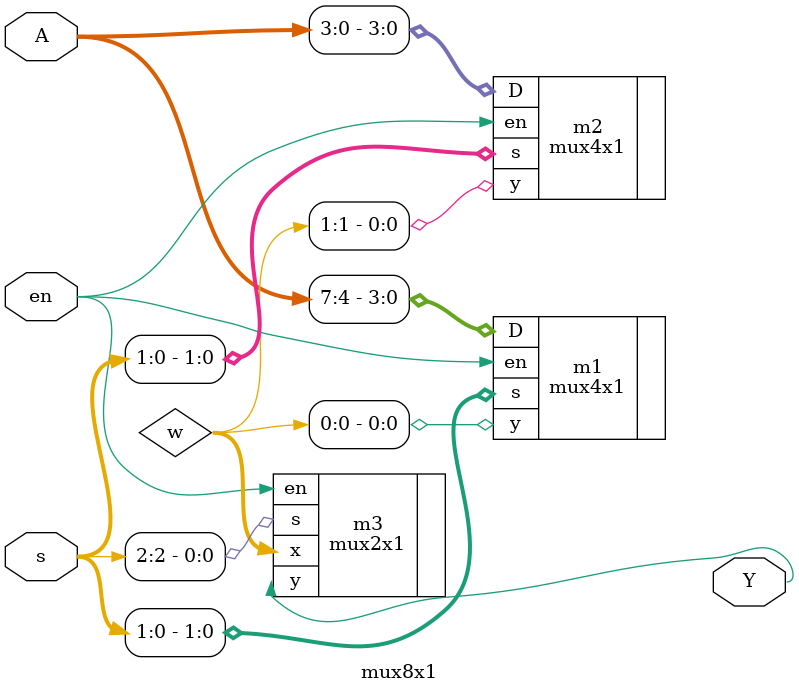
<source format=v>
`timescale 1ns / 1ps


module mux8x1(output Y, input [7:0]A, input [2:0]s, input en);
wire [1:0]w;

    //Logic
    mux4x1 m1(.y(w[0]), .en(en), .D(A[7:4]), .s(s[1:0]));
    mux4x1 m2(.y(w[1]), .en(en), .D(A[3:0]), .s(s[1:0]));
    
    mux2x1 m3(.y(Y), .en(en), .x(w), .s(s[2]));

endmodule

</source>
